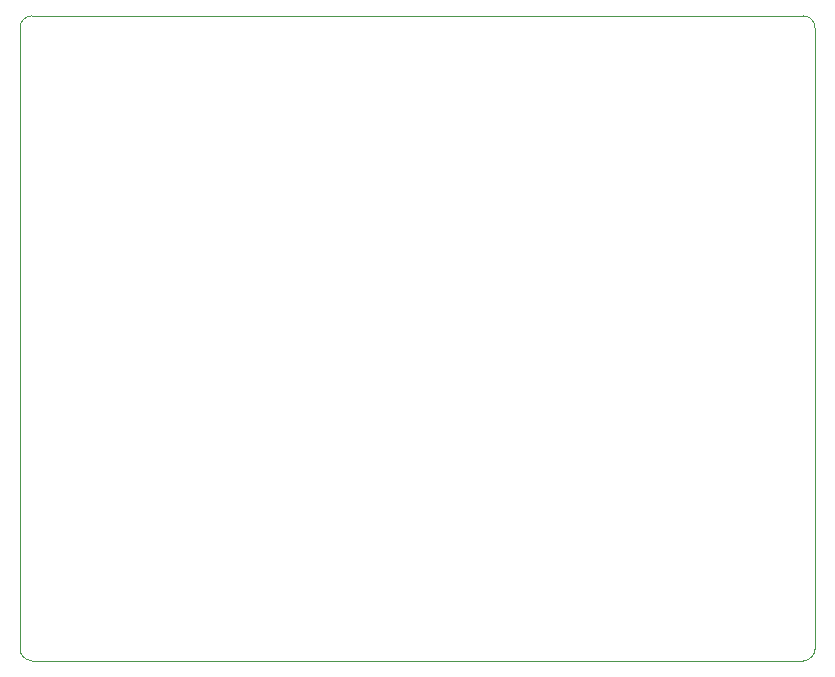
<source format=gbr>
%TF.GenerationSoftware,Altium Limited,Altium Designer,24.1.2 (44)*%
G04 Layer_Color=0*
%FSLAX45Y45*%
%MOMM*%
%TF.SameCoordinates,52D7BD39-7FF0-4AB0-A2C0-E3239692A872*%
%TF.FilePolarity,Positive*%
%TF.FileFunction,Profile,NP*%
%TF.Part,Single*%
G01*
G75*
%TA.AperFunction,Profile*%
%ADD60C,0.02540*%
D60*
X9550400Y5905500D02*
Y11163300D01*
D02*
G02*
X9652000Y11264900I101600J0D01*
G01*
X16179800D01*
D02*
G02*
X16281400Y11163300I0J-101600D01*
G01*
Y5905500D01*
D02*
G02*
X16179800Y5803900I-101600J0D01*
G01*
X9652000D01*
D02*
G02*
X9550400Y5905500I0J101600D01*
G01*
%TF.MD5,ea9cb63d1222c323b2ace32cebd06ad3*%
M02*

</source>
